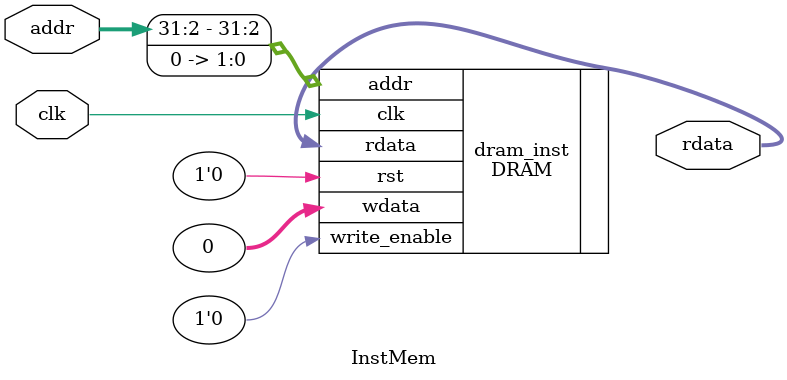
<source format=v>
/**
 * @file src/mem/imem.v
 * @brief Instruction Memory module for MIPS processor.
 * @author Artin Zarei | Mohsen Mirzaei
 * @details Internally, uses DRAM. Handles 32-bit (word) accesses only.
 *          Takes byte addresses but performs word-aligned accesses.
 */

module InstMem (
    input  wire [31:0] addr,  // 32-bit byte address input (bottom 2 bits ignored for word alignment)
    input  wire        clk,   // Clock signal
    output wire [31:0] rdata  // 32-bit instruction output (full word)
);

    initial begin
        //TODO: Load the instruction memory with a program.
    end

    // 32-bit wide DRAM, word-aligned accesses
    DRAM #(
        .DATA_WIDTH(32),
        .ADDR_WIDTH(32)
    ) dram_inst (
        .clk         (clk),
        .rst         (1'b0),
        .addr        ({addr[31:2], 2'b00}),  // Word-aligned address
        .wdata       (32'b0), // No write in instruction memory
        .write_enable(1'b0),
        .rdata       (rdata)
    );

endmodule

</source>
